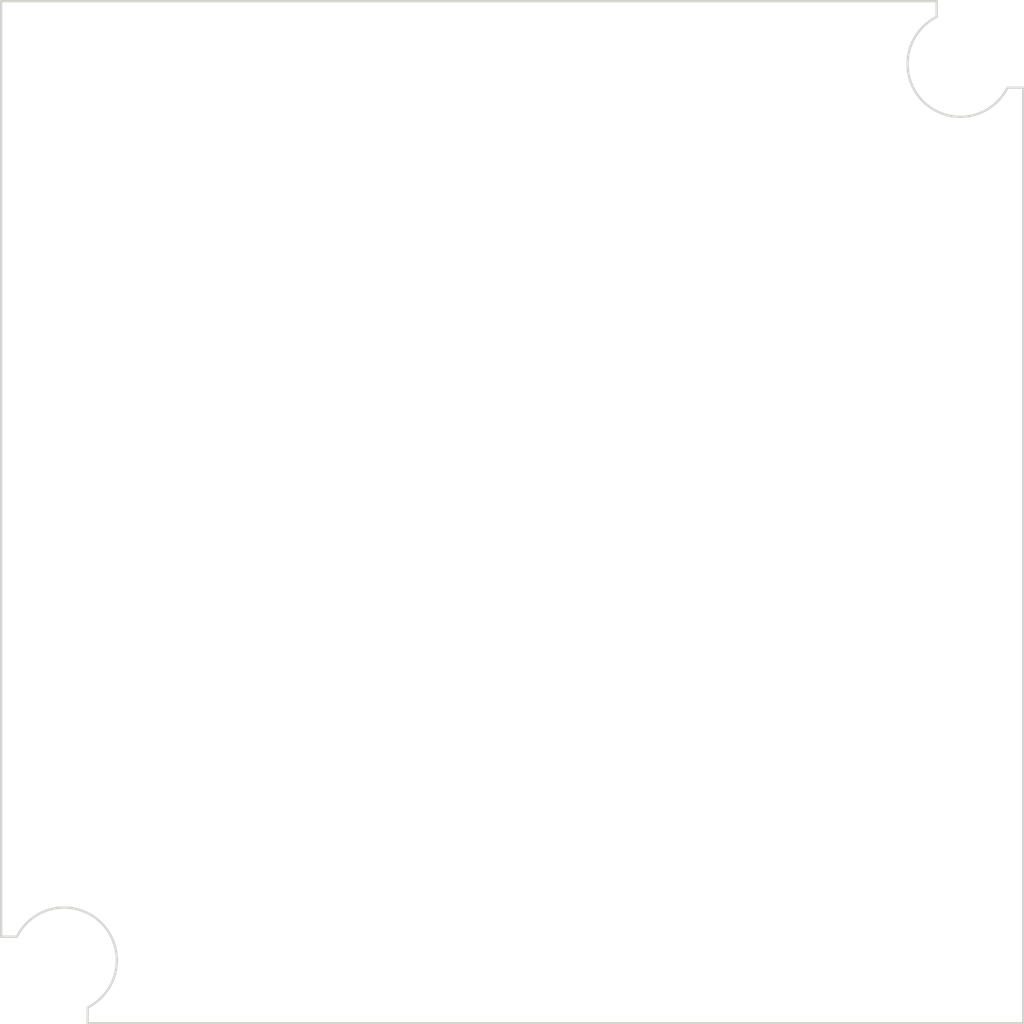
<source format=kicad_pcb>
(kicad_pcb (version 20171130) (host pcbnew 5.0.0-fee4fd1~66~ubuntu18.04.1)

  (general
    (thickness 1.6)
    (drawings 14)
    (tracks 0)
    (zones 0)
    (modules 0)
    (nets 1)
  )

  (page A4)
  (layers
    (0 F.Cu signal)
    (31 B.Cu signal)
    (32 B.Adhes user)
    (33 F.Adhes user)
    (34 B.Paste user)
    (35 F.Paste user)
    (36 B.SilkS user)
    (37 F.SilkS user)
    (38 B.Mask user)
    (39 F.Mask user)
    (40 Dwgs.User user)
    (41 Cmts.User user)
    (42 Eco1.User user)
    (43 Eco2.User user)
    (44 Edge.Cuts user)
    (45 Margin user)
    (46 B.CrtYd user)
    (47 F.CrtYd user)
    (48 B.Fab user)
    (49 F.Fab user)
  )

  (setup
    (last_trace_width 0.25)
    (trace_clearance 0.2)
    (zone_clearance 0.508)
    (zone_45_only no)
    (trace_min 0.2)
    (segment_width 0.2)
    (edge_width 0.15)
    (via_size 0.8)
    (via_drill 0.4)
    (via_min_size 0.4)
    (via_min_drill 0.3)
    (uvia_size 0.3)
    (uvia_drill 0.1)
    (uvias_allowed no)
    (uvia_min_size 0.2)
    (uvia_min_drill 0.1)
    (pcb_text_width 0.3)
    (pcb_text_size 1.5 1.5)
    (mod_edge_width 0.15)
    (mod_text_size 1 1)
    (mod_text_width 0.15)
    (pad_size 1.524 1.524)
    (pad_drill 0.762)
    (pad_to_mask_clearance 0.2)
    (aux_axis_origin 115 120)
    (grid_origin 115 120)
    (visible_elements FFFFFF7F)
    (pcbplotparams
      (layerselection 0x010fc_ffffffff)
      (usegerberextensions false)
      (usegerberattributes false)
      (usegerberadvancedattributes false)
      (creategerberjobfile false)
      (excludeedgelayer true)
      (linewidth 0.100000)
      (plotframeref false)
      (viasonmask false)
      (mode 1)
      (useauxorigin false)
      (hpglpennumber 1)
      (hpglpenspeed 20)
      (hpglpendiameter 15.000000)
      (psnegative false)
      (psa4output false)
      (plotreference true)
      (plotvalue true)
      (plotinvisibletext false)
      (padsonsilk false)
      (subtractmaskfromsilk false)
      (outputformat 1)
      (mirror false)
      (drillshape 1)
      (scaleselection 1)
      (outputdirectory ""))
  )

  (net 0 "")

  (net_class Default "This is the default net class."
    (clearance 0.2)
    (trace_width 0.25)
    (via_dia 0.8)
    (via_drill 0.4)
    (uvia_dia 0.3)
    (uvia_drill 0.1)
  )

  (gr_circle (center 135.5 75.5) (end 137.5 75.5) (layer Dwgs.User) (width 0.2) (tstamp 5B6408AA))
  (gr_circle (center 159.5 99.5) (end 161.5 99.5) (layer Dwgs.User) (width 0.2) (tstamp 5B6408CB))
  (gr_circle (center 159.5 75.5) (end 161.5 75.5) (layer Dwgs.User) (width 0.2))
  (gr_circle (center 135.5 99.5) (end 137.5 99.5) (layer Dwgs.User) (width 0.2))
  (gr_arc (start 176 59) (end 174.500001 56.000001) (angle -216.8698976) (layer Edge.Cuts) (width 0.15))
  (gr_arc (start 119 116) (end 120.499999 118.999999) (angle -216.8698976) (layer Edge.Cuts) (width 0.15))
  (gr_line (start 179 60.5) (end 180 60.5) (layer Edge.Cuts) (width 0.15))
  (gr_line (start 174.5 55) (end 174.5 56) (layer Edge.Cuts) (width 0.15))
  (gr_line (start 120.5 119) (end 120.5 120) (layer Edge.Cuts) (width 0.15))
  (gr_line (start 115 114.5) (end 116 114.5) (layer Edge.Cuts) (width 0.15))
  (gr_line (start 115 55) (end 115 114.5) (layer Edge.Cuts) (width 0.15))
  (gr_line (start 174.5 55) (end 115 55) (layer Edge.Cuts) (width 0.15))
  (gr_line (start 180 120) (end 180 60.5) (layer Edge.Cuts) (width 0.15))
  (gr_line (start 120.5 120) (end 180 120) (layer Edge.Cuts) (width 0.15))

)

</source>
